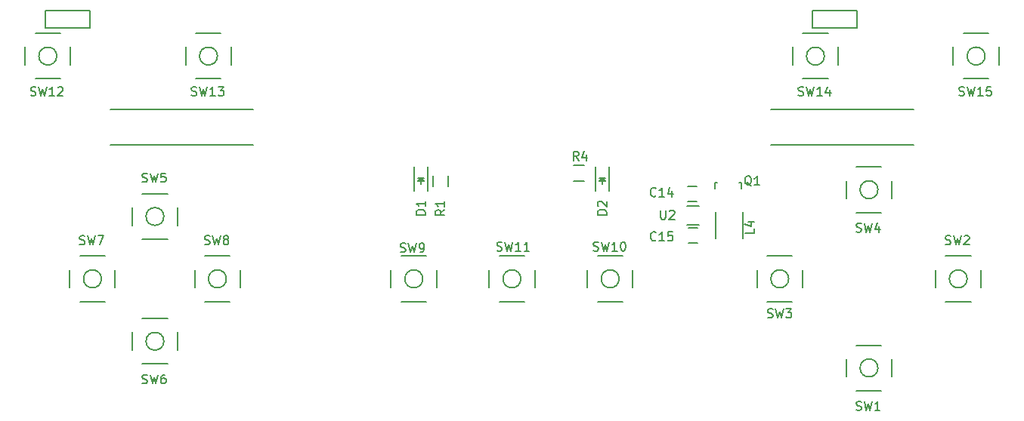
<source format=gbr>
G04 #@! TF.FileFunction,Legend,Top*
%FSLAX46Y46*%
G04 Gerber Fmt 4.6, Leading zero omitted, Abs format (unit mm)*
G04 Created by KiCad (PCBNEW (2016-04-11 BZR 6687, Git f239aee)-product) date 4/21/2016 12:06:05 PM*
%MOMM*%
G01*
G04 APERTURE LIST*
%ADD10C,0.020000*%
%ADD11C,0.200000*%
%ADD12C,0.150000*%
G04 APERTURE END LIST*
D10*
D11*
X25000000Y-27000000D02*
X41000000Y-27000000D01*
X115000000Y-27000000D02*
X99000000Y-27000000D01*
X99000000Y-31000000D02*
X115000000Y-31000000D01*
X41000000Y-31000000D02*
X25000000Y-31000000D01*
D12*
X89670000Y-37299000D02*
X90670000Y-37299000D01*
X90670000Y-35599000D02*
X89670000Y-35599000D01*
X89790400Y-41999600D02*
X90790400Y-41999600D01*
X90790400Y-40299600D02*
X89790400Y-40299600D01*
X59067000Y-33452000D02*
X59067000Y-36152000D01*
X60567000Y-33452000D02*
X60567000Y-36152000D01*
X59667000Y-34952000D02*
X59917000Y-34952000D01*
X59917000Y-34952000D02*
X59767000Y-34802000D01*
X60167000Y-34702000D02*
X59467000Y-34702000D01*
X59817000Y-35052000D02*
X59817000Y-35402000D01*
X59817000Y-34702000D02*
X60167000Y-35052000D01*
X60167000Y-35052000D02*
X59467000Y-35052000D01*
X59467000Y-35052000D02*
X59817000Y-34702000D01*
X79387000Y-33452000D02*
X79387000Y-36152000D01*
X80887000Y-33452000D02*
X80887000Y-36152000D01*
X79987000Y-34952000D02*
X80237000Y-34952000D01*
X80237000Y-34952000D02*
X80087000Y-34802000D01*
X80487000Y-34702000D02*
X79787000Y-34702000D01*
X80137000Y-35052000D02*
X80137000Y-35402000D01*
X80137000Y-34702000D02*
X80487000Y-35052000D01*
X80487000Y-35052000D02*
X79787000Y-35052000D01*
X79787000Y-35052000D02*
X80137000Y-34702000D01*
X62875000Y-34400000D02*
X62875000Y-35600000D01*
X61125000Y-35600000D02*
X61125000Y-34400000D01*
X78070000Y-35038000D02*
X76870000Y-35038000D01*
X76870000Y-33288000D02*
X78070000Y-33288000D01*
X95533160Y-35163760D02*
X95484900Y-35163760D01*
X92734180Y-35864800D02*
X92734180Y-35163760D01*
X92734180Y-35163760D02*
X92983100Y-35163760D01*
X95533160Y-35163760D02*
X95733820Y-35163760D01*
X95733820Y-35163760D02*
X95733820Y-35864800D01*
X103672000Y-15859000D02*
X103672000Y-17859000D01*
X103672000Y-17859000D02*
X108672000Y-17859000D01*
X108672000Y-17859000D02*
X108672000Y-15859000D01*
X108672000Y-15859000D02*
X103672000Y-15859000D01*
X17693000Y-15859000D02*
X17693000Y-17859000D01*
X17693000Y-17859000D02*
X22693000Y-17859000D01*
X22693000Y-17859000D02*
X22693000Y-15859000D01*
X22693000Y-15859000D02*
X17693000Y-15859000D01*
X38400000Y-43450000D02*
X35600000Y-43450000D01*
X34450000Y-47000000D02*
X34450000Y-45000000D01*
X39550000Y-47000000D02*
X39550000Y-45000000D01*
X38000000Y-46000000D02*
G75*
G03X38000000Y-46000000I-1000000J0D01*
G01*
X35600000Y-48550000D02*
X38400000Y-48550000D01*
X108600000Y-58550000D02*
X111400000Y-58550000D01*
X112550000Y-55000000D02*
X112550000Y-57000000D01*
X107450000Y-55000000D02*
X107450000Y-57000000D01*
X111000000Y-56000000D02*
G75*
G03X111000000Y-56000000I-1000000J0D01*
G01*
X111400000Y-53450000D02*
X108600000Y-53450000D01*
X121400000Y-43450000D02*
X118600000Y-43450000D01*
X117450000Y-47000000D02*
X117450000Y-45000000D01*
X122550000Y-47000000D02*
X122550000Y-45000000D01*
X121000000Y-46000000D02*
G75*
G03X121000000Y-46000000I-1000000J0D01*
G01*
X118600000Y-48550000D02*
X121400000Y-48550000D01*
X101400000Y-43450000D02*
X98600000Y-43450000D01*
X97450000Y-47000000D02*
X97450000Y-45000000D01*
X102550000Y-47000000D02*
X102550000Y-45000000D01*
X101000000Y-46000000D02*
G75*
G03X101000000Y-46000000I-1000000J0D01*
G01*
X98600000Y-48550000D02*
X101400000Y-48550000D01*
X108600000Y-38550000D02*
X111400000Y-38550000D01*
X112550000Y-35000000D02*
X112550000Y-37000000D01*
X107450000Y-35000000D02*
X107450000Y-37000000D01*
X111000000Y-36000000D02*
G75*
G03X111000000Y-36000000I-1000000J0D01*
G01*
X111400000Y-33450000D02*
X108600000Y-33450000D01*
X31400000Y-36450000D02*
X28600000Y-36450000D01*
X27450000Y-40000000D02*
X27450000Y-38000000D01*
X32550000Y-40000000D02*
X32550000Y-38000000D01*
X31000000Y-39000000D02*
G75*
G03X31000000Y-39000000I-1000000J0D01*
G01*
X28600000Y-41550000D02*
X31400000Y-41550000D01*
X28600000Y-55550000D02*
X31400000Y-55550000D01*
X32550000Y-52000000D02*
X32550000Y-54000000D01*
X27450000Y-52000000D02*
X27450000Y-54000000D01*
X31000000Y-53000000D02*
G75*
G03X31000000Y-53000000I-1000000J0D01*
G01*
X31400000Y-50450000D02*
X28600000Y-50450000D01*
X24400000Y-43450000D02*
X21600000Y-43450000D01*
X20450000Y-47000000D02*
X20450000Y-45000000D01*
X25550000Y-47000000D02*
X25550000Y-45000000D01*
X24000000Y-46000000D02*
G75*
G03X24000000Y-46000000I-1000000J0D01*
G01*
X21600000Y-48550000D02*
X24400000Y-48550000D01*
X60400000Y-43450000D02*
X57600000Y-43450000D01*
X56450000Y-47000000D02*
X56450000Y-45000000D01*
X61550000Y-47000000D02*
X61550000Y-45000000D01*
X60000000Y-46000000D02*
G75*
G03X60000000Y-46000000I-1000000J0D01*
G01*
X57600000Y-48550000D02*
X60400000Y-48550000D01*
X82400000Y-43450000D02*
X79600000Y-43450000D01*
X78450000Y-47000000D02*
X78450000Y-45000000D01*
X83550000Y-47000000D02*
X83550000Y-45000000D01*
X82000000Y-46000000D02*
G75*
G03X82000000Y-46000000I-1000000J0D01*
G01*
X79600000Y-48550000D02*
X82400000Y-48550000D01*
X71400000Y-43450000D02*
X68600000Y-43450000D01*
X67450000Y-47000000D02*
X67450000Y-45000000D01*
X72550000Y-47000000D02*
X72550000Y-45000000D01*
X71000000Y-46000000D02*
G75*
G03X71000000Y-46000000I-1000000J0D01*
G01*
X68600000Y-48550000D02*
X71400000Y-48550000D01*
X19400000Y-18450000D02*
X16600000Y-18450000D01*
X15450000Y-22000000D02*
X15450000Y-20000000D01*
X20550000Y-22000000D02*
X20550000Y-20000000D01*
X19000000Y-21000000D02*
G75*
G03X19000000Y-21000000I-1000000J0D01*
G01*
X16600000Y-23550000D02*
X19400000Y-23550000D01*
X37400000Y-18450000D02*
X34600000Y-18450000D01*
X33450000Y-22000000D02*
X33450000Y-20000000D01*
X38550000Y-22000000D02*
X38550000Y-20000000D01*
X37000000Y-21000000D02*
G75*
G03X37000000Y-21000000I-1000000J0D01*
G01*
X34600000Y-23550000D02*
X37400000Y-23550000D01*
X105400000Y-18450000D02*
X102600000Y-18450000D01*
X101450000Y-22000000D02*
X101450000Y-20000000D01*
X106550000Y-22000000D02*
X106550000Y-20000000D01*
X105000000Y-21000000D02*
G75*
G03X105000000Y-21000000I-1000000J0D01*
G01*
X102600000Y-23550000D02*
X105400000Y-23550000D01*
X123400000Y-18450000D02*
X120600000Y-18450000D01*
X119450000Y-22000000D02*
X119450000Y-20000000D01*
X124550000Y-22000000D02*
X124550000Y-20000000D01*
X123000000Y-21000000D02*
G75*
G03X123000000Y-21000000I-1000000J0D01*
G01*
X120600000Y-23550000D02*
X123400000Y-23550000D01*
X95861000Y-38505000D02*
X95861000Y-41505000D01*
X92861000Y-41505000D02*
X92861000Y-38505000D01*
X90997000Y-37782000D02*
X89597000Y-37782000D01*
X89597000Y-39942000D02*
X90997000Y-39942000D01*
X86127642Y-36679142D02*
X86080023Y-36726761D01*
X85937166Y-36774380D01*
X85841928Y-36774380D01*
X85699071Y-36726761D01*
X85603833Y-36631523D01*
X85556214Y-36536285D01*
X85508595Y-36345809D01*
X85508595Y-36202952D01*
X85556214Y-36012476D01*
X85603833Y-35917238D01*
X85699071Y-35822000D01*
X85841928Y-35774380D01*
X85937166Y-35774380D01*
X86080023Y-35822000D01*
X86127642Y-35869619D01*
X87080023Y-36774380D02*
X86508595Y-36774380D01*
X86794309Y-36774380D02*
X86794309Y-35774380D01*
X86699071Y-35917238D01*
X86603833Y-36012476D01*
X86508595Y-36060095D01*
X87937166Y-36107714D02*
X87937166Y-36774380D01*
X87699071Y-35726761D02*
X87460976Y-36441047D01*
X88080023Y-36441047D01*
X86127642Y-41632142D02*
X86080023Y-41679761D01*
X85937166Y-41727380D01*
X85841928Y-41727380D01*
X85699071Y-41679761D01*
X85603833Y-41584523D01*
X85556214Y-41489285D01*
X85508595Y-41298809D01*
X85508595Y-41155952D01*
X85556214Y-40965476D01*
X85603833Y-40870238D01*
X85699071Y-40775000D01*
X85841928Y-40727380D01*
X85937166Y-40727380D01*
X86080023Y-40775000D01*
X86127642Y-40822619D01*
X87080023Y-41727380D02*
X86508595Y-41727380D01*
X86794309Y-41727380D02*
X86794309Y-40727380D01*
X86699071Y-40870238D01*
X86603833Y-40965476D01*
X86508595Y-41013095D01*
X87984785Y-40727380D02*
X87508595Y-40727380D01*
X87460976Y-41203571D01*
X87508595Y-41155952D01*
X87603833Y-41108333D01*
X87841928Y-41108333D01*
X87937166Y-41155952D01*
X87984785Y-41203571D01*
X88032404Y-41298809D01*
X88032404Y-41536904D01*
X87984785Y-41632142D01*
X87937166Y-41679761D01*
X87841928Y-41727380D01*
X87603833Y-41727380D01*
X87508595Y-41679761D01*
X87460976Y-41632142D01*
X60269380Y-38808595D02*
X59269380Y-38808595D01*
X59269380Y-38570500D01*
X59317000Y-38427642D01*
X59412238Y-38332404D01*
X59507476Y-38284785D01*
X59697952Y-38237166D01*
X59840809Y-38237166D01*
X60031285Y-38284785D01*
X60126523Y-38332404D01*
X60221761Y-38427642D01*
X60269380Y-38570500D01*
X60269380Y-38808595D01*
X60269380Y-37284785D02*
X60269380Y-37856214D01*
X60269380Y-37570500D02*
X59269380Y-37570500D01*
X59412238Y-37665738D01*
X59507476Y-37760976D01*
X59555095Y-37856214D01*
X80589380Y-38808595D02*
X79589380Y-38808595D01*
X79589380Y-38570500D01*
X79637000Y-38427642D01*
X79732238Y-38332404D01*
X79827476Y-38284785D01*
X80017952Y-38237166D01*
X80160809Y-38237166D01*
X80351285Y-38284785D01*
X80446523Y-38332404D01*
X80541761Y-38427642D01*
X80589380Y-38570500D01*
X80589380Y-38808595D01*
X79684619Y-37856214D02*
X79637000Y-37808595D01*
X79589380Y-37713357D01*
X79589380Y-37475261D01*
X79637000Y-37380023D01*
X79684619Y-37332404D01*
X79779857Y-37284785D01*
X79875095Y-37284785D01*
X80017952Y-37332404D01*
X80589380Y-37903833D01*
X80589380Y-37284785D01*
X62452380Y-38264166D02*
X61976190Y-38597500D01*
X62452380Y-38835595D02*
X61452380Y-38835595D01*
X61452380Y-38454642D01*
X61500000Y-38359404D01*
X61547619Y-38311785D01*
X61642857Y-38264166D01*
X61785714Y-38264166D01*
X61880952Y-38311785D01*
X61928571Y-38359404D01*
X61976190Y-38454642D01*
X61976190Y-38835595D01*
X62452380Y-37311785D02*
X62452380Y-37883214D01*
X62452380Y-37597500D02*
X61452380Y-37597500D01*
X61595238Y-37692738D01*
X61690476Y-37787976D01*
X61738095Y-37883214D01*
X77459833Y-32710380D02*
X77126500Y-32234190D01*
X76888404Y-32710380D02*
X76888404Y-31710380D01*
X77269357Y-31710380D01*
X77364595Y-31758000D01*
X77412214Y-31805619D01*
X77459833Y-31900857D01*
X77459833Y-32043714D01*
X77412214Y-32138952D01*
X77364595Y-32186571D01*
X77269357Y-32234190D01*
X76888404Y-32234190D01*
X78316976Y-32043714D02*
X78316976Y-32710380D01*
X78078880Y-31662761D02*
X77840785Y-32377047D01*
X78459833Y-32377047D01*
X96831261Y-35547619D02*
X96736023Y-35500000D01*
X96640785Y-35404761D01*
X96497928Y-35261904D01*
X96402690Y-35214285D01*
X96307452Y-35214285D01*
X96355071Y-35452380D02*
X96259833Y-35404761D01*
X96164595Y-35309523D01*
X96116976Y-35119047D01*
X96116976Y-34785714D01*
X96164595Y-34595238D01*
X96259833Y-34500000D01*
X96355071Y-34452380D01*
X96545547Y-34452380D01*
X96640785Y-34500000D01*
X96736023Y-34595238D01*
X96783642Y-34785714D01*
X96783642Y-35119047D01*
X96736023Y-35309523D01*
X96640785Y-35404761D01*
X96545547Y-35452380D01*
X96355071Y-35452380D01*
X97736023Y-35452380D02*
X97164595Y-35452380D01*
X97450309Y-35452380D02*
X97450309Y-34452380D01*
X97355071Y-34595238D01*
X97259833Y-34690476D01*
X97164595Y-34738095D01*
X35569166Y-42104761D02*
X35712023Y-42152380D01*
X35950119Y-42152380D01*
X36045357Y-42104761D01*
X36092976Y-42057142D01*
X36140595Y-41961904D01*
X36140595Y-41866666D01*
X36092976Y-41771428D01*
X36045357Y-41723809D01*
X35950119Y-41676190D01*
X35759642Y-41628571D01*
X35664404Y-41580952D01*
X35616785Y-41533333D01*
X35569166Y-41438095D01*
X35569166Y-41342857D01*
X35616785Y-41247619D01*
X35664404Y-41200000D01*
X35759642Y-41152380D01*
X35997738Y-41152380D01*
X36140595Y-41200000D01*
X36473928Y-41152380D02*
X36712023Y-42152380D01*
X36902500Y-41438095D01*
X37092976Y-42152380D01*
X37331071Y-41152380D01*
X37854880Y-41580952D02*
X37759642Y-41533333D01*
X37712023Y-41485714D01*
X37664404Y-41390476D01*
X37664404Y-41342857D01*
X37712023Y-41247619D01*
X37759642Y-41200000D01*
X37854880Y-41152380D01*
X38045357Y-41152380D01*
X38140595Y-41200000D01*
X38188214Y-41247619D01*
X38235833Y-41342857D01*
X38235833Y-41390476D01*
X38188214Y-41485714D01*
X38140595Y-41533333D01*
X38045357Y-41580952D01*
X37854880Y-41580952D01*
X37759642Y-41628571D01*
X37712023Y-41676190D01*
X37664404Y-41771428D01*
X37664404Y-41961904D01*
X37712023Y-42057142D01*
X37759642Y-42104761D01*
X37854880Y-42152380D01*
X38045357Y-42152380D01*
X38140595Y-42104761D01*
X38188214Y-42057142D01*
X38235833Y-41961904D01*
X38235833Y-41771428D01*
X38188214Y-41676190D01*
X38140595Y-41628571D01*
X38045357Y-41580952D01*
X108569166Y-60704761D02*
X108712023Y-60752380D01*
X108950119Y-60752380D01*
X109045357Y-60704761D01*
X109092976Y-60657142D01*
X109140595Y-60561904D01*
X109140595Y-60466666D01*
X109092976Y-60371428D01*
X109045357Y-60323809D01*
X108950119Y-60276190D01*
X108759642Y-60228571D01*
X108664404Y-60180952D01*
X108616785Y-60133333D01*
X108569166Y-60038095D01*
X108569166Y-59942857D01*
X108616785Y-59847619D01*
X108664404Y-59800000D01*
X108759642Y-59752380D01*
X108997738Y-59752380D01*
X109140595Y-59800000D01*
X109473928Y-59752380D02*
X109712023Y-60752380D01*
X109902500Y-60038095D01*
X110092976Y-60752380D01*
X110331071Y-59752380D01*
X111235833Y-60752380D02*
X110664404Y-60752380D01*
X110950119Y-60752380D02*
X110950119Y-59752380D01*
X110854880Y-59895238D01*
X110759642Y-59990476D01*
X110664404Y-60038095D01*
X118569166Y-42104761D02*
X118712023Y-42152380D01*
X118950119Y-42152380D01*
X119045357Y-42104761D01*
X119092976Y-42057142D01*
X119140595Y-41961904D01*
X119140595Y-41866666D01*
X119092976Y-41771428D01*
X119045357Y-41723809D01*
X118950119Y-41676190D01*
X118759642Y-41628571D01*
X118664404Y-41580952D01*
X118616785Y-41533333D01*
X118569166Y-41438095D01*
X118569166Y-41342857D01*
X118616785Y-41247619D01*
X118664404Y-41200000D01*
X118759642Y-41152380D01*
X118997738Y-41152380D01*
X119140595Y-41200000D01*
X119473928Y-41152380D02*
X119712023Y-42152380D01*
X119902500Y-41438095D01*
X120092976Y-42152380D01*
X120331071Y-41152380D01*
X120664404Y-41247619D02*
X120712023Y-41200000D01*
X120807261Y-41152380D01*
X121045357Y-41152380D01*
X121140595Y-41200000D01*
X121188214Y-41247619D01*
X121235833Y-41342857D01*
X121235833Y-41438095D01*
X121188214Y-41580952D01*
X120616785Y-42152380D01*
X121235833Y-42152380D01*
X98645166Y-50315761D02*
X98788023Y-50363380D01*
X99026119Y-50363380D01*
X99121357Y-50315761D01*
X99168976Y-50268142D01*
X99216595Y-50172904D01*
X99216595Y-50077666D01*
X99168976Y-49982428D01*
X99121357Y-49934809D01*
X99026119Y-49887190D01*
X98835642Y-49839571D01*
X98740404Y-49791952D01*
X98692785Y-49744333D01*
X98645166Y-49649095D01*
X98645166Y-49553857D01*
X98692785Y-49458619D01*
X98740404Y-49411000D01*
X98835642Y-49363380D01*
X99073738Y-49363380D01*
X99216595Y-49411000D01*
X99549928Y-49363380D02*
X99788023Y-50363380D01*
X99978500Y-49649095D01*
X100168976Y-50363380D01*
X100407071Y-49363380D01*
X100692785Y-49363380D02*
X101311833Y-49363380D01*
X100978500Y-49744333D01*
X101121357Y-49744333D01*
X101216595Y-49791952D01*
X101264214Y-49839571D01*
X101311833Y-49934809D01*
X101311833Y-50172904D01*
X101264214Y-50268142D01*
X101216595Y-50315761D01*
X101121357Y-50363380D01*
X100835642Y-50363380D01*
X100740404Y-50315761D01*
X100692785Y-50268142D01*
X108569166Y-40704761D02*
X108712023Y-40752380D01*
X108950119Y-40752380D01*
X109045357Y-40704761D01*
X109092976Y-40657142D01*
X109140595Y-40561904D01*
X109140595Y-40466666D01*
X109092976Y-40371428D01*
X109045357Y-40323809D01*
X108950119Y-40276190D01*
X108759642Y-40228571D01*
X108664404Y-40180952D01*
X108616785Y-40133333D01*
X108569166Y-40038095D01*
X108569166Y-39942857D01*
X108616785Y-39847619D01*
X108664404Y-39800000D01*
X108759642Y-39752380D01*
X108997738Y-39752380D01*
X109140595Y-39800000D01*
X109473928Y-39752380D02*
X109712023Y-40752380D01*
X109902500Y-40038095D01*
X110092976Y-40752380D01*
X110331071Y-39752380D01*
X111140595Y-40085714D02*
X111140595Y-40752380D01*
X110902500Y-39704761D02*
X110664404Y-40419047D01*
X111283452Y-40419047D01*
X28569166Y-35104761D02*
X28712023Y-35152380D01*
X28950119Y-35152380D01*
X29045357Y-35104761D01*
X29092976Y-35057142D01*
X29140595Y-34961904D01*
X29140595Y-34866666D01*
X29092976Y-34771428D01*
X29045357Y-34723809D01*
X28950119Y-34676190D01*
X28759642Y-34628571D01*
X28664404Y-34580952D01*
X28616785Y-34533333D01*
X28569166Y-34438095D01*
X28569166Y-34342857D01*
X28616785Y-34247619D01*
X28664404Y-34200000D01*
X28759642Y-34152380D01*
X28997738Y-34152380D01*
X29140595Y-34200000D01*
X29473928Y-34152380D02*
X29712023Y-35152380D01*
X29902500Y-34438095D01*
X30092976Y-35152380D01*
X30331071Y-34152380D01*
X31188214Y-34152380D02*
X30712023Y-34152380D01*
X30664404Y-34628571D01*
X30712023Y-34580952D01*
X30807261Y-34533333D01*
X31045357Y-34533333D01*
X31140595Y-34580952D01*
X31188214Y-34628571D01*
X31235833Y-34723809D01*
X31235833Y-34961904D01*
X31188214Y-35057142D01*
X31140595Y-35104761D01*
X31045357Y-35152380D01*
X30807261Y-35152380D01*
X30712023Y-35104761D01*
X30664404Y-35057142D01*
X28569166Y-57704761D02*
X28712023Y-57752380D01*
X28950119Y-57752380D01*
X29045357Y-57704761D01*
X29092976Y-57657142D01*
X29140595Y-57561904D01*
X29140595Y-57466666D01*
X29092976Y-57371428D01*
X29045357Y-57323809D01*
X28950119Y-57276190D01*
X28759642Y-57228571D01*
X28664404Y-57180952D01*
X28616785Y-57133333D01*
X28569166Y-57038095D01*
X28569166Y-56942857D01*
X28616785Y-56847619D01*
X28664404Y-56800000D01*
X28759642Y-56752380D01*
X28997738Y-56752380D01*
X29140595Y-56800000D01*
X29473928Y-56752380D02*
X29712023Y-57752380D01*
X29902500Y-57038095D01*
X30092976Y-57752380D01*
X30331071Y-56752380D01*
X31140595Y-56752380D02*
X30950119Y-56752380D01*
X30854880Y-56800000D01*
X30807261Y-56847619D01*
X30712023Y-56990476D01*
X30664404Y-57180952D01*
X30664404Y-57561904D01*
X30712023Y-57657142D01*
X30759642Y-57704761D01*
X30854880Y-57752380D01*
X31045357Y-57752380D01*
X31140595Y-57704761D01*
X31188214Y-57657142D01*
X31235833Y-57561904D01*
X31235833Y-57323809D01*
X31188214Y-57228571D01*
X31140595Y-57180952D01*
X31045357Y-57133333D01*
X30854880Y-57133333D01*
X30759642Y-57180952D01*
X30712023Y-57228571D01*
X30664404Y-57323809D01*
X21569166Y-42104761D02*
X21712023Y-42152380D01*
X21950119Y-42152380D01*
X22045357Y-42104761D01*
X22092976Y-42057142D01*
X22140595Y-41961904D01*
X22140595Y-41866666D01*
X22092976Y-41771428D01*
X22045357Y-41723809D01*
X21950119Y-41676190D01*
X21759642Y-41628571D01*
X21664404Y-41580952D01*
X21616785Y-41533333D01*
X21569166Y-41438095D01*
X21569166Y-41342857D01*
X21616785Y-41247619D01*
X21664404Y-41200000D01*
X21759642Y-41152380D01*
X21997738Y-41152380D01*
X22140595Y-41200000D01*
X22473928Y-41152380D02*
X22712023Y-42152380D01*
X22902500Y-41438095D01*
X23092976Y-42152380D01*
X23331071Y-41152380D01*
X23616785Y-41152380D02*
X24283452Y-41152380D01*
X23854880Y-42152380D01*
X57497166Y-42949761D02*
X57640023Y-42997380D01*
X57878119Y-42997380D01*
X57973357Y-42949761D01*
X58020976Y-42902142D01*
X58068595Y-42806904D01*
X58068595Y-42711666D01*
X58020976Y-42616428D01*
X57973357Y-42568809D01*
X57878119Y-42521190D01*
X57687642Y-42473571D01*
X57592404Y-42425952D01*
X57544785Y-42378333D01*
X57497166Y-42283095D01*
X57497166Y-42187857D01*
X57544785Y-42092619D01*
X57592404Y-42045000D01*
X57687642Y-41997380D01*
X57925738Y-41997380D01*
X58068595Y-42045000D01*
X58401928Y-41997380D02*
X58640023Y-42997380D01*
X58830500Y-42283095D01*
X59020976Y-42997380D01*
X59259071Y-41997380D01*
X59687642Y-42997380D02*
X59878119Y-42997380D01*
X59973357Y-42949761D01*
X60020976Y-42902142D01*
X60116214Y-42759285D01*
X60163833Y-42568809D01*
X60163833Y-42187857D01*
X60116214Y-42092619D01*
X60068595Y-42045000D01*
X59973357Y-41997380D01*
X59782880Y-41997380D01*
X59687642Y-42045000D01*
X59640023Y-42092619D01*
X59592404Y-42187857D01*
X59592404Y-42425952D01*
X59640023Y-42521190D01*
X59687642Y-42568809D01*
X59782880Y-42616428D01*
X59973357Y-42616428D01*
X60068595Y-42568809D01*
X60116214Y-42521190D01*
X60163833Y-42425952D01*
X79118976Y-42822761D02*
X79261833Y-42870380D01*
X79499928Y-42870380D01*
X79595166Y-42822761D01*
X79642785Y-42775142D01*
X79690404Y-42679904D01*
X79690404Y-42584666D01*
X79642785Y-42489428D01*
X79595166Y-42441809D01*
X79499928Y-42394190D01*
X79309452Y-42346571D01*
X79214214Y-42298952D01*
X79166595Y-42251333D01*
X79118976Y-42156095D01*
X79118976Y-42060857D01*
X79166595Y-41965619D01*
X79214214Y-41918000D01*
X79309452Y-41870380D01*
X79547547Y-41870380D01*
X79690404Y-41918000D01*
X80023738Y-41870380D02*
X80261833Y-42870380D01*
X80452309Y-42156095D01*
X80642785Y-42870380D01*
X80880880Y-41870380D01*
X81785642Y-42870380D02*
X81214214Y-42870380D01*
X81499928Y-42870380D02*
X81499928Y-41870380D01*
X81404690Y-42013238D01*
X81309452Y-42108476D01*
X81214214Y-42156095D01*
X82404690Y-41870380D02*
X82499928Y-41870380D01*
X82595166Y-41918000D01*
X82642785Y-41965619D01*
X82690404Y-42060857D01*
X82738023Y-42251333D01*
X82738023Y-42489428D01*
X82690404Y-42679904D01*
X82642785Y-42775142D01*
X82595166Y-42822761D01*
X82499928Y-42870380D01*
X82404690Y-42870380D01*
X82309452Y-42822761D01*
X82261833Y-42775142D01*
X82214214Y-42679904D01*
X82166595Y-42489428D01*
X82166595Y-42251333D01*
X82214214Y-42060857D01*
X82261833Y-41965619D01*
X82309452Y-41918000D01*
X82404690Y-41870380D01*
X68323976Y-42822761D02*
X68466833Y-42870380D01*
X68704928Y-42870380D01*
X68800166Y-42822761D01*
X68847785Y-42775142D01*
X68895404Y-42679904D01*
X68895404Y-42584666D01*
X68847785Y-42489428D01*
X68800166Y-42441809D01*
X68704928Y-42394190D01*
X68514452Y-42346571D01*
X68419214Y-42298952D01*
X68371595Y-42251333D01*
X68323976Y-42156095D01*
X68323976Y-42060857D01*
X68371595Y-41965619D01*
X68419214Y-41918000D01*
X68514452Y-41870380D01*
X68752547Y-41870380D01*
X68895404Y-41918000D01*
X69228738Y-41870380D02*
X69466833Y-42870380D01*
X69657309Y-42156095D01*
X69847785Y-42870380D01*
X70085880Y-41870380D01*
X70990642Y-42870380D02*
X70419214Y-42870380D01*
X70704928Y-42870380D02*
X70704928Y-41870380D01*
X70609690Y-42013238D01*
X70514452Y-42108476D01*
X70419214Y-42156095D01*
X71943023Y-42870380D02*
X71371595Y-42870380D01*
X71657309Y-42870380D02*
X71657309Y-41870380D01*
X71562071Y-42013238D01*
X71466833Y-42108476D01*
X71371595Y-42156095D01*
X16092976Y-25404761D02*
X16235833Y-25452380D01*
X16473928Y-25452380D01*
X16569166Y-25404761D01*
X16616785Y-25357142D01*
X16664404Y-25261904D01*
X16664404Y-25166666D01*
X16616785Y-25071428D01*
X16569166Y-25023809D01*
X16473928Y-24976190D01*
X16283452Y-24928571D01*
X16188214Y-24880952D01*
X16140595Y-24833333D01*
X16092976Y-24738095D01*
X16092976Y-24642857D01*
X16140595Y-24547619D01*
X16188214Y-24500000D01*
X16283452Y-24452380D01*
X16521547Y-24452380D01*
X16664404Y-24500000D01*
X16997738Y-24452380D02*
X17235833Y-25452380D01*
X17426309Y-24738095D01*
X17616785Y-25452380D01*
X17854880Y-24452380D01*
X18759642Y-25452380D02*
X18188214Y-25452380D01*
X18473928Y-25452380D02*
X18473928Y-24452380D01*
X18378690Y-24595238D01*
X18283452Y-24690476D01*
X18188214Y-24738095D01*
X19140595Y-24547619D02*
X19188214Y-24500000D01*
X19283452Y-24452380D01*
X19521547Y-24452380D01*
X19616785Y-24500000D01*
X19664404Y-24547619D01*
X19712023Y-24642857D01*
X19712023Y-24738095D01*
X19664404Y-24880952D01*
X19092976Y-25452380D01*
X19712023Y-25452380D01*
X34092976Y-25404761D02*
X34235833Y-25452380D01*
X34473928Y-25452380D01*
X34569166Y-25404761D01*
X34616785Y-25357142D01*
X34664404Y-25261904D01*
X34664404Y-25166666D01*
X34616785Y-25071428D01*
X34569166Y-25023809D01*
X34473928Y-24976190D01*
X34283452Y-24928571D01*
X34188214Y-24880952D01*
X34140595Y-24833333D01*
X34092976Y-24738095D01*
X34092976Y-24642857D01*
X34140595Y-24547619D01*
X34188214Y-24500000D01*
X34283452Y-24452380D01*
X34521547Y-24452380D01*
X34664404Y-24500000D01*
X34997738Y-24452380D02*
X35235833Y-25452380D01*
X35426309Y-24738095D01*
X35616785Y-25452380D01*
X35854880Y-24452380D01*
X36759642Y-25452380D02*
X36188214Y-25452380D01*
X36473928Y-25452380D02*
X36473928Y-24452380D01*
X36378690Y-24595238D01*
X36283452Y-24690476D01*
X36188214Y-24738095D01*
X37092976Y-24452380D02*
X37712023Y-24452380D01*
X37378690Y-24833333D01*
X37521547Y-24833333D01*
X37616785Y-24880952D01*
X37664404Y-24928571D01*
X37712023Y-25023809D01*
X37712023Y-25261904D01*
X37664404Y-25357142D01*
X37616785Y-25404761D01*
X37521547Y-25452380D01*
X37235833Y-25452380D01*
X37140595Y-25404761D01*
X37092976Y-25357142D01*
X102092976Y-25404761D02*
X102235833Y-25452380D01*
X102473928Y-25452380D01*
X102569166Y-25404761D01*
X102616785Y-25357142D01*
X102664404Y-25261904D01*
X102664404Y-25166666D01*
X102616785Y-25071428D01*
X102569166Y-25023809D01*
X102473928Y-24976190D01*
X102283452Y-24928571D01*
X102188214Y-24880952D01*
X102140595Y-24833333D01*
X102092976Y-24738095D01*
X102092976Y-24642857D01*
X102140595Y-24547619D01*
X102188214Y-24500000D01*
X102283452Y-24452380D01*
X102521547Y-24452380D01*
X102664404Y-24500000D01*
X102997738Y-24452380D02*
X103235833Y-25452380D01*
X103426309Y-24738095D01*
X103616785Y-25452380D01*
X103854880Y-24452380D01*
X104759642Y-25452380D02*
X104188214Y-25452380D01*
X104473928Y-25452380D02*
X104473928Y-24452380D01*
X104378690Y-24595238D01*
X104283452Y-24690476D01*
X104188214Y-24738095D01*
X105616785Y-24785714D02*
X105616785Y-25452380D01*
X105378690Y-24404761D02*
X105140595Y-25119047D01*
X105759642Y-25119047D01*
X120092976Y-25404761D02*
X120235833Y-25452380D01*
X120473928Y-25452380D01*
X120569166Y-25404761D01*
X120616785Y-25357142D01*
X120664404Y-25261904D01*
X120664404Y-25166666D01*
X120616785Y-25071428D01*
X120569166Y-25023809D01*
X120473928Y-24976190D01*
X120283452Y-24928571D01*
X120188214Y-24880952D01*
X120140595Y-24833333D01*
X120092976Y-24738095D01*
X120092976Y-24642857D01*
X120140595Y-24547619D01*
X120188214Y-24500000D01*
X120283452Y-24452380D01*
X120521547Y-24452380D01*
X120664404Y-24500000D01*
X120997738Y-24452380D02*
X121235833Y-25452380D01*
X121426309Y-24738095D01*
X121616785Y-25452380D01*
X121854880Y-24452380D01*
X122759642Y-25452380D02*
X122188214Y-25452380D01*
X122473928Y-25452380D02*
X122473928Y-24452380D01*
X122378690Y-24595238D01*
X122283452Y-24690476D01*
X122188214Y-24738095D01*
X123664404Y-24452380D02*
X123188214Y-24452380D01*
X123140595Y-24928571D01*
X123188214Y-24880952D01*
X123283452Y-24833333D01*
X123521547Y-24833333D01*
X123616785Y-24880952D01*
X123664404Y-24928571D01*
X123712023Y-25023809D01*
X123712023Y-25261904D01*
X123664404Y-25357142D01*
X123616785Y-25404761D01*
X123521547Y-25452380D01*
X123283452Y-25452380D01*
X123188214Y-25404761D01*
X123140595Y-25357142D01*
X97099380Y-40396166D02*
X97099380Y-40872357D01*
X96099380Y-40872357D01*
X96432714Y-39634261D02*
X97099380Y-39634261D01*
X96051761Y-39872357D02*
X96766047Y-40110452D01*
X96766047Y-39491404D01*
X86643595Y-38314380D02*
X86643595Y-39123904D01*
X86691214Y-39219142D01*
X86738833Y-39266761D01*
X86834071Y-39314380D01*
X87024547Y-39314380D01*
X87119785Y-39266761D01*
X87167404Y-39219142D01*
X87215023Y-39123904D01*
X87215023Y-38314380D01*
X87643595Y-38409619D02*
X87691214Y-38362000D01*
X87786452Y-38314380D01*
X88024547Y-38314380D01*
X88119785Y-38362000D01*
X88167404Y-38409619D01*
X88215023Y-38504857D01*
X88215023Y-38600095D01*
X88167404Y-38742952D01*
X87595976Y-39314380D01*
X88215023Y-39314380D01*
M02*

</source>
